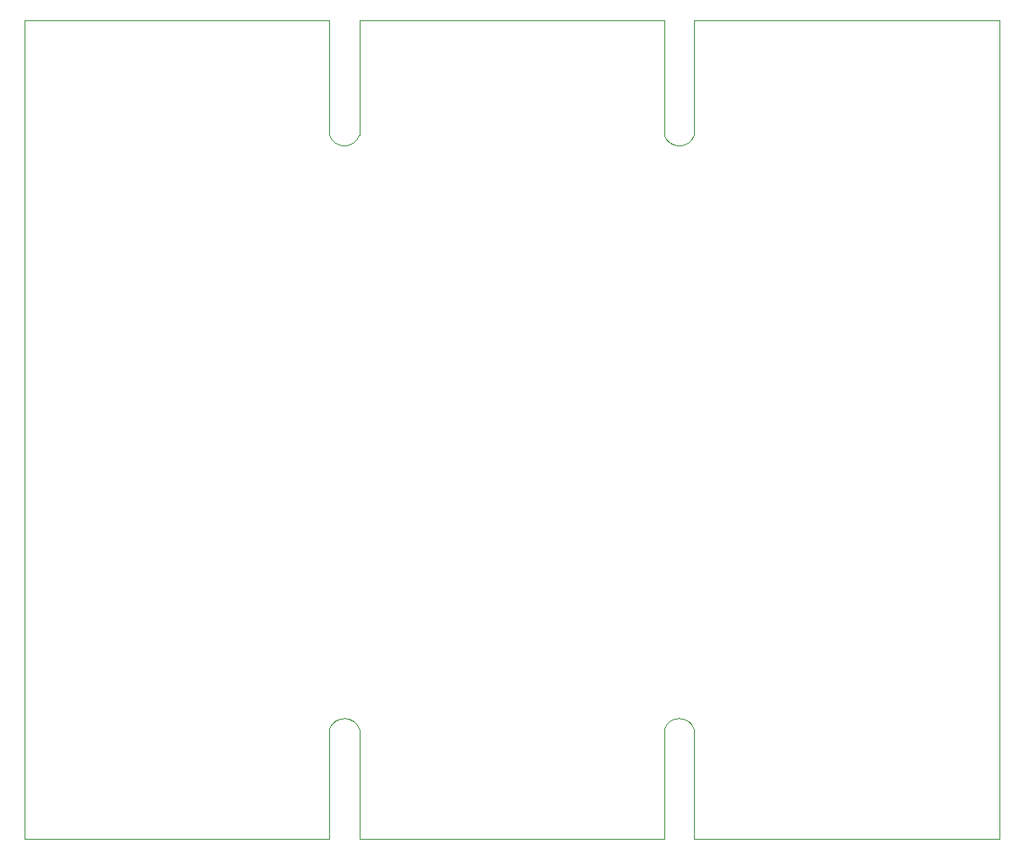
<source format=gbr>
G04 #@! TF.GenerationSoftware,KiCad,Pcbnew,5.1.6-c6e7f7d~87~ubuntu20.04.1*
G04 #@! TF.CreationDate,2020-11-03T14:00:41+02:00*
G04 #@! TF.ProjectId,temp_monitor,74656d70-5f6d-46f6-9e69-746f722e6b69,rev?*
G04 #@! TF.SameCoordinates,Original*
G04 #@! TF.FileFunction,Profile,NP*
%FSLAX46Y46*%
G04 Gerber Fmt 4.6, Leading zero omitted, Abs format (unit mm)*
G04 Created by KiCad (PCBNEW 5.1.6-c6e7f7d~87~ubuntu20.04.1) date 2020-11-03 14:00:41*
%MOMM*%
%LPD*%
G01*
G04 APERTURE LIST*
G04 #@! TA.AperFunction,Profile*
%ADD10C,0.050000*%
G04 #@! TD*
G04 APERTURE END LIST*
D10*
X87000001Y-92000000D02*
G75*
G02*
X89999999Y-92000001I1499999J-500000D01*
G01*
X53500001Y-92000000D02*
G75*
G02*
X56499999Y-92000001I1499999J-500000D01*
G01*
X89999999Y-32500000D02*
G75*
G02*
X87000001Y-32499999I-1499999J500000D01*
G01*
X56499999Y-32500000D02*
G75*
G02*
X53500001Y-32499999I-1499999J500000D01*
G01*
X56500000Y-21000000D02*
X56500000Y-32500000D01*
X87000000Y-21000000D02*
X56500000Y-21000000D01*
X87000000Y-32500000D02*
X87000000Y-21000000D01*
X90000000Y-21000000D02*
X90000000Y-32500000D01*
X120500000Y-21000000D02*
X90000000Y-21000000D01*
X120500000Y-103000000D02*
X120500000Y-21000000D01*
X90000000Y-103000000D02*
X120500000Y-103000000D01*
X90000000Y-92000000D02*
X90000000Y-103000000D01*
X87000000Y-103000000D02*
X87000000Y-92000000D01*
X56500000Y-103000000D02*
X87000000Y-103000000D01*
X56500000Y-92000000D02*
X56500000Y-103000000D01*
X53500000Y-103000000D02*
X53500000Y-92000000D01*
X23000000Y-103000000D02*
X53500000Y-103000000D01*
X23000000Y-21000000D02*
X23000000Y-103000000D01*
X53500000Y-21000000D02*
X23000000Y-21000000D01*
X53500000Y-32500000D02*
X53500000Y-21000000D01*
M02*

</source>
